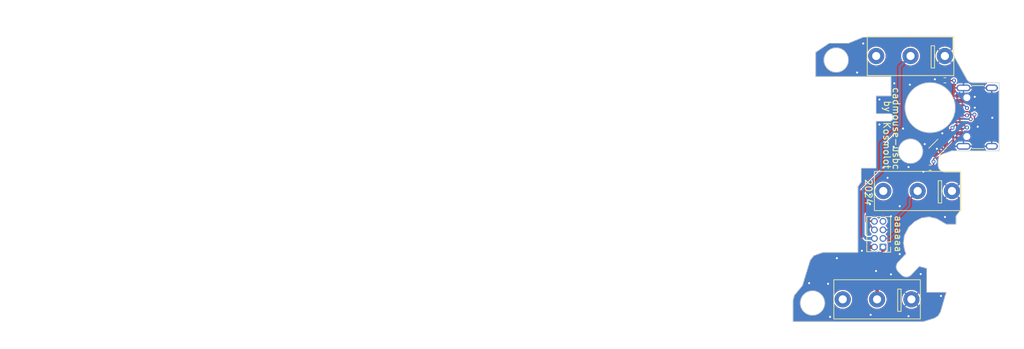
<source format=kicad_pcb>
(kicad_pcb (version 20240108) (generator "pcbnew") (generator_version "8.0")
  (layers (0 "F.Cu" signal) (31 "B.Cu" signal) (34 "B.Paste" user) (35 "F.Paste" user) (36 "B.SilkS" user "B.Silkscreen") (37 "F.SilkS" user "F.Silkscreen") (38 "B.Mask" user) (39 "F.Mask" user) (44 "Edge.Cuts" user))
  (net 0 "")
  (net 1 "GND")
  (net 2 "VBUS")
  (net 3 "/CC1")
  (net 4 "/D+")
  (net 5 "/D-")
  (net 7 "/CC2")
  (net 10 "/SW_RIGHT")
  (net 11 "/SW_MID")
  (net 12 "/SW_LEFT")
  (footprint "Package_TO_SOT_SMD:SOT-666" (layer "F.Cu") (at 164.818889 82.570971 45)
    (property "Reference" "U1" (hide yes))
    (property "Value" "USBLC6-2P6")
    (fp_line (start 0.8 -0.900001) (end -1.1 -0.900001) (stroke (width 0.12)) (layer "F.SilkS"))
    (fp_line (start -0.8 0.900001) (end 0.8 0.900001) (stroke (width 0.12)) (layer "F.SilkS"))
    (pad "1" smd rect (at -0.85 -0.5375 45) (size 0.5 0.375) (layers "F.Cu" "F.Paste" "F.Mask") (net 5 "/D-"))
    (pad "2" smd rect (at -0.925 0 45) (size 0.65 0.3) (layers "F.Cu" "F.Paste" "F.Mask") (net 1 "GND"))
    (pad "3" smd rect (at -0.85 0.5375 45) (size 0.5 0.375) (layers "F.Cu" "F.Paste" "F.Mask") (net 4 "/D+"))
    (pad "4" smd rect (at 0.85 0.5375 45) (size 0.5 0.375) (layers "F.Cu" "F.Paste" "F.Mask") (net 4 "/D+"))
    (pad "5" smd rect (at 0.925 0 45) (size 0.65 0.3) (layers "F.Cu" "F.Paste" "F.Mask") (net 2 "VBUS"))
    (pad "6" smd rect (at 0.85 -0.5375 45) (size 0.5 0.375) (layers "F.Cu" "F.Paste" "F.Mask") (net 5 "/D-"))
  )
  (footprint "Library:D2FC" (layer "F.Cu") (at 161.75 89.05 180)
    (property "Reference" "SW2" (hide yes))
    (property "Value" "SW_Push")
    (fp_rect (start -3.556 -1.778) (end -3.048 1.524) (stroke (width 0.12)) (fill none) (layer "F.SilkS"))
    (fp_rect (start -6.4 -2.9) (end 6.4 2.9) (stroke (width 0.12)) (fill none) (layer "F.SilkS"))
    (pad "1" thru_hole circle (at -5.08 0 180) (size 2.4 2.4) (drill 1.2) (layers "*.Cu" "*.Mask") (net 1 "GND"))
    (pad "2" thru_hole circle (at 0 0 180) (size 2.4 2.4) (drill 1.2) (layers "*.Cu" "*.Mask") (net 11 "/SW_MID"))
    (pad "3" thru_hole circle (at 5.08 0 180) (size 2.4 2.4) (drill 1.2) (layers "*.Cu" "*.Mask"))
  )
  (footprint "Resistor_SMD:R_0402_1005Metric" (layer "F.Cu") (at 163.6 85.6 180)
    (property "Reference" "R1" (hide yes))
    (property "Value" "5.1k")
    (fp_line (start -0.153641 0.38) (end 0.153641 0.38) (stroke (width 0.12)) (layer "F.SilkS"))
    (fp_line (start -0.153641 -0.38) (end 0.153641 -0.38) (stroke (width 0.12)) (layer "F.SilkS"))
    (pad "1" smd roundrect (at -0.51 0 180) (size 0.54 0.64) (layers "F.Cu" "F.Paste" "F.Mask") (net 3 "/CC1"))
    (pad "2" smd roundrect (at 0.51 0 180) (size 0.54 0.64) (layers "F.Cu" "F.Paste" "F.Mask") (net 1 "GND"))
  )
  (footprint "Library:D2FC" (layer "F.Cu") (at 160.7 69.05 180)
    (property "Reference" "SW1" (hide yes))
    (property "Value" "SW_Push")
    (fp_rect (start -3.556 -1.778) (end -3.048 1.524) (stroke (width 0.12)) (fill none) (layer "F.SilkS"))
    (fp_rect (start -6.4 -2.9) (end 6.4 2.9) (stroke (width 0.12)) (fill none) (layer "F.SilkS"))
    (pad "1" thru_hole circle (at -5.08 0 180) (size 2.4 2.4) (drill 1.2) (layers "*.Cu" "*.Mask") (net 1 "GND"))
    (pad "2" thru_hole circle (at 0 0 180) (size 2.4 2.4) (drill 1.2) (layers "*.Cu" "*.Mask") (net 12 "/SW_LEFT"))
    (pad "3" thru_hole circle (at 5.08 0 180) (size 2.4 2.4) (drill 1.2) (layers "*.Cu" "*.Mask"))
  )
  (footprint "Resistor_SMD:R_0402_1005Metric" (layer "F.Cu") (at 165.79 72.65 180)
    (property "Reference" "R2" (hide yes))
    (property "Value" "5.1k")
    (fp_line (start -0.153641 0.38) (end 0.153641 0.38) (stroke (width 0.12)) (layer "F.SilkS"))
    (fp_line (start -0.153641 -0.38) (end 0.153641 -0.38) (stroke (width 0.12)) (layer "F.SilkS"))
    (pad "1" smd roundrect (at -0.51 0 180) (size 0.54 0.64) (layers "F.Cu" "F.Paste" "F.Mask") (net 7 "/CC2"))
    (pad "2" smd roundrect (at 0.51 0 180) (size 0.54 0.64) (layers "F.Cu" "F.Paste" "F.Mask") (net 1 "GND"))
  )
  (footprint "Connector_USB:USB_C_Receptacle_GCT_USB4105-xx-A_16P_TopMnt_Horizontal" (layer "F.Cu") (at 171.64 78.1 90)
    (property "Reference" "J1" (hide yes))
    (property "Value" "USB4105-GF-A")
    (fp_line (start 4.67 -0.1) (end 4.67 -1.8) (stroke (width 0.12)) (layer "F.SilkS"))
    (fp_line (start -4.67 -0.1) (end -4.67 -1.8) (stroke (width 0.12)) (layer "F.SilkS"))
    (pad "" np_thru_hole circle (at -2.89 -2.605 90) (size 0.65 0.65) (drill 0.65) (layers "F&B.Cu" "*.Mask"))
    (pad "" np_thru_hole circle (at 2.89 -2.605 90) (size 0.65 0.65) (drill 0.65) (layers "F&B.Cu" "*.Mask"))
    (pad "A1" smd roundrect (at -3.2 -3.68 90) (size 0.6 1.15) (layers "F.Cu" "F.Paste" "F.Mask") (net 1 "GND"))
    (pad "A4" smd roundrect (at -2.4 -3.68 90) (size 0.6 1.15) (layers "F.Cu" "F.Paste" "F.Mask") (net 2 "VBUS"))
    (pad "A5" smd roundrect (at -1.25 -3.68 90) (size 0.3 1.15) (layers "F.Cu" "F.Paste" "F.Mask") (net 3 "/CC1"))
    (pad "A6" smd roundrect (at -0.25 -3.68 90) (size 0.3 1.15) (layers "F.Cu" "F.Paste" "F.Mask") (net 4 "/D+"))
    (pad "A7" smd roundrect (at 0.25 -3.68 90) (size 0.3 1.15) (layers "F.Cu" "F.Paste" "F.Mask") (net 5 "/D-"))
    (pad "A8" smd roundrect (at 1.25 -3.68 90) (size 0.3 1.15) (layers "F.Cu" "F.Paste" "F.Mask"))
    (pad "A9" smd roundrect (at 2.4 -3.68 90) (size 0.6 1.15) (layers "F.Cu" "F.Paste" "F.Mask") (net 2 "VBUS"))
    (pad "A12" smd roundrect (at 3.2 -3.68 90) (size 0.6 1.15) (layers "F.Cu" "F.Paste" "F.Mask") (net 1 "GND"))
    (pad "B1" smd roundrect (at 3.2 -3.68 90) (size 0.6 1.15) (layers "F.Cu" "F.Paste" "F.Mask") (net 1 "GND"))
    (pad "B4" smd roundrect (at 2.4 -3.68 90) (size 0.6 1.15) (layers "F.Cu" "F.Paste" "F.Mask") (net 2 "VBUS"))
    (pad "B5" smd roundrect (at 1.75 -3.68 90) (size 0.3 1.15) (layers "F.Cu" "F.Paste" "F.Mask") (net 7 "/CC2"))
    (pad "B6" smd roundrect (at 0.75 -3.68 90) (size 0.3 1.15) (layers "F.Cu" "F.Paste" "F.Mask") (net 4 "/D+"))
    (pad "B7" smd roundrect (at -0.75 -3.68 90) (size 0.3 1.15) (layers "F.Cu" "F.Paste" "F.Mask") (net 5 "/D-"))
    (pad "B8" smd roundrect (at -1.75 -3.68 90) (size 0.3 1.15) (layers "F.Cu" "F.Paste" "F.Mask"))
    (pad "B9" smd roundrect (at -2.4 -3.68 90) (size 0.6 1.15) (layers "F.Cu" "F.Paste" "F.Mask") (net 2 "VBUS"))
    (pad "B12" smd roundrect (at -3.2 -3.68 90) (size 0.6 1.15) (layers "F.Cu" "F.Paste" "F.Mask") (net 1 "GND"))
    (pad "S1" thru_hole oval (at -4.32 -3.105 90) (size 1 2.1) (drill oval 0.6 1.7) (layers "*.Cu" "*.Mask" "F.Paste") (net 1 "GND"))
    (pad "S1" thru_hole oval (at -4.32 1.075 90) (size 1 1.8) (drill oval 0.6 1.4) (layers "*.Cu" "*.Mask" "F.Paste") (net 1 "GND"))
    (pad "S1" thru_hole oval (at 4.32 -3.105 90) (size 1 2.1) (drill oval 0.6 1.7) (layers "*.Cu" "*.Mask" "F.Paste") (net 1 "GND"))
    (pad "S1" thru_hole oval (at 4.32 1.075 90) (size 1 1.8) (drill oval 0.6 1.4) (layers "*.Cu" "*.Mask" "F.Paste") (net 1 "GND"))
  )
  (footprint "Connector_PinHeader_1.27mm:PinHeader_2x04_P1.27mm_Vertical" (layer "F.Cu") (at 156.625 97.35 180)
    (property "Reference" "J3" (hide yes))
    (property "Value" "Conn_02x04_Odd_Even")
    (fp_line (start 2.4 -0.695) (end 2.4 4.505) (stroke (width 0.12)) (layer "F.SilkS"))
    (fp_line (start 1.57753 4.505) (end 2.4 4.505) (stroke (width 0.12)) (layer "F.SilkS"))
    (fp_line (start 1.57753 -0.695) (end 2.4 -0.695) (stroke (width 0.12)) (layer "F.SilkS"))
    (fp_line (start 0.76 0.706529) (end 0.76 0.563471) (stroke (width 0.12)) (layer "F.SilkS"))
    (fp_line (start 0.76 -0.563471) (end 0.76 -0.695) (stroke (width 0.12)) (layer "F.SilkS"))
    (fp_line (start 0.76 -0.695) (end 0.96247 -0.695) (stroke (width 0.12)) (layer "F.SilkS"))
    (fp_line (start 0.563471 0.76) (end 0.706529 0.76) (stroke (width 0.12)) (layer "F.SilkS"))
    (fp_line (start 0.30753 4.505) (end 0.96247 4.505) (stroke (width 0.12)) (layer "F.SilkS"))
    (fp_line (start -1.13 4.505) (end -0.30753 4.505) (stroke (width 0.12)) (layer "F.SilkS"))
    (fp_line (start -1.13 0.76) (end -0.563471 0.76) (stroke (width 0.12)) (layer "F.SilkS"))
    (fp_line (start -1.13 0.76) (end -1.13 4.505) (stroke (width 0.12)) (layer "F.SilkS"))
    (fp_line (start -1.13 0) (end -1.13 -0.76) (stroke (width 0.12)) (layer "F.SilkS"))
    (fp_line (start -1.13 -0.76) (end 0 -0.76) (stroke (width 0.12)) (layer "F.SilkS"))
    (pad "1" thru_hole rect (at 0 0 180) (size 1 1) (drill 0.65) (layers "*.Cu" "*.Mask") (net 10 "/SW_RIGHT"))
    (pad "2" thru_hole oval (at 1.27 0 180) (size 1 1) (drill 0.65) (layers "*.Cu" "*.Mask") (net 2 "VBUS"))
    (pad "3" thru_hole oval (at 0 1.27 180) (size 1 1) (drill 0.65) (layers "*.Cu" "*.Mask") (net 11 "/SW_MID"))
    (pad "4" thru_hole oval (at 1.27 1.27 180) (size 1 1) (drill 0.65) (layers "*.Cu" "*.Mask") (net 12 "/SW_LEFT"))
    (pad "5" thru_hole oval (at 0 2.54 180) (size 1 1) (drill 0.65) (layers "*.Cu" "*.Mask") (net 1 "GND"))
    (pad "6" thru_hole oval (at 1.27 2.54 180) (size 1 1) (drill 0.65) (layers "*.Cu" "*.Mask") (net 5 "/D-"))
    (pad "7" thru_hole oval (at 0 3.81 180) (size 1 1) (drill 0.65) (layers "*.Cu" "*.Mask"))
    (pad "8" thru_hole oval (at 1.27 3.81 180) (size 1 1) (drill 0.65) (layers "*.Cu" "*.Mask") (net 4 "/D+"))
  )
  (footprint "Library:D2FC" (layer "F.Cu") (at 155.75 105.1 180)
    (property "Reference" "SW3" (hide yes))
    (property "Value" "SW_Push")
    (fp_rect (start -3.556 -1.778) (end -3.048 1.524) (stroke (width 0.12)) (fill none) (layer "F.SilkS"))
    (fp_rect (start -6.4 -2.9) (end 6.4 2.9) (stroke (width 0.12)) (fill none) (layer "F.SilkS"))
    (pad "1" thru_hole circle (at -5.08 0 180) (size 2.4 2.4) (drill 1.2) (layers "*.Cu" "*.Mask") (net 1 "GND"))
    (pad "2" thru_hole circle (at 0 0 180) (size 2.4 2.4) (drill 1.2) (layers "*.Cu" "*.Mask") (net 10 "/SW_RIGHT"))
    (pad "3" thru_hole circle (at 5.08 0 180) (size 2.4 2.4) (drill 1.2) (layers "*.Cu" "*.Mask"))
  )
  (gr_line (start 152.9 98.15) (end 147.7 98.15) (stroke (width 0.1)) (layer "Edge.Cuts"))
  (gr_line (start 145.85 99.3) (end 144.7 103.05) (stroke (width 0.1)) (layer "Edge.Cuts"))
  (gr_line (start 159.37453 101.47453) (end 158.888743 100.988743) (stroke (width 0.1)) (layer "Edge.Cuts"))
  (gr_line (start 164.8 107.55) (end 165.15 106.95) (stroke (width 0.1)) (layer "Edge.Cuts"))
  (gr_line (start 153.4 87.7) (end 152.9 88.4) (stroke (width 0.1)) (layer "Edge.Cuts"))
  (gr_line (start 157.8 74.95) (end 157.8 72.1) (stroke (width 0.1)) (layer "Edge.Cuts"))
  (gr_line (start 143.3 108.4) (end 162.65 108.4) (stroke (width 0.1)) (layer "Edge.Cuts"))
  (gr_line (start 152.9 88.7) (end 152.9 98.15) (stroke (width 0.1)) (layer "Edge.Cuts"))
  (gr_line (start 148.65 67.15) (end 146.65 68.5) (stroke (width 0.1)) (layer "Edge.Cuts"))
  (gr_line (start 168.05 86.25) (end 165.8 86.25) (stroke (width 0.1)) (layer "Edge.Cuts"))
  (gr_line (start 160.05 98.35) (end 159.85 97.85) (stroke (width 0.1)) (layer "Edge.Cuts"))
  (gr_line (start 143.3 108.4) (end 143.3 105.3) (stroke (width 0.1)) (layer "Edge.Cuts"))
  (gr_line (start 166.95 66.25) (end 166.95 68.494011) (stroke (width 0.1)) (layer "Edge.Cuts"))
  (gr_line (start 165.35 66.25) (end 166.95 66.25) (stroke (width 0.1)) (layer "Edge.Cuts"))
  (gr_circle (center 160.7 83.15) (end 162.5 83.15) (stroke (width 0.1)) (fill none) (layer "Edge.Cuts"))
  (gr_line (start 164.55 93.15) (end 166 94) (stroke (width 0.1)) (layer "Edge.Cuts"))
  (gr_arc (start 166.636305 83.158711) (mid 166.802572 83.114787) (end 166.973906 83.1) (stroke (width 0.1)) (layer "Edge.Cuts"))
  (gr_line (start 155.6 77.6) (end 157.6 77.6) (stroke (width 0.1)) (layer "Edge.Cuts"))
  (gr_line (start 165.483772 83.572076) (end 166.636305 83.158711) (stroke (width 0.1)) (layer "Edge.Cuts"))
  (gr_line (start 155.6 78.7) (end 157.6 78.7) (stroke (width 0.1)) (layer "Edge.Cuts"))
  (gr_line (start 166 104.05) (end 163.1 104.05) (stroke (width 0.1)) (layer "Edge.Cuts"))
  (gr_line (start 166.973906 83.1) (end 173.8 83.1) (stroke (width 0.1)) (layer "Edge.Cuts"))
  (gr_line (start 163.1 104.05) (end 163.1 100.5) (stroke (width 0.1)) (layer "Edge.Cuts"))
  (gr_line (start 164.8 85.25) (end 164.8 84.520759) (stroke (width 0.1)) (layer "Edge.Cuts"))
  (gr_line (start 159.8 95.65) (end 160.45 94.4) (stroke (width 0.1)) (layer "Edge.Cuts"))
  (gr_line (start 167.031408 68.889219) (end 168.981409 72.395208) (stroke (width 0.1)) (layer "Edge.Cuts"))
  (gr_line (start 169.9 73) (end 173.8 73) (stroke (width 0.1)) (layer "Edge.Cuts"))
  (gr_circle (center 146.2 105.65) (end 148 105.65) (stroke (width 0.1)) (fill none) (layer "Edge.Cuts"))
  (gr_line (start 165.15 106.95) (end 165.8 104.7) (stroke (width 0.1)) (layer "Edge.Cuts"))
  (gr_line (start 153.7 66.25) (end 165.35 66.25) (stroke (width 0.1)) (layer "Edge.Cuts"))
  (gr_line (start 155.6 85.65) (end 153.4 85.65) (stroke (width 0.1)) (layer "Edge.Cuts"))
  (gr_circle (center 163.6 76.7) (end 167.3 76.7) (stroke (width 0.1)) (fill none) (layer "Edge.Cuts"))
  (gr_line (start 164.25 107.9) (end 164.8 107.55) (stroke (width 0.1)) (layer "Edge.Cuts"))
  (gr_arc (start 165.8 86.25) (mid 165.092893 85.957107) (end 164.8 85.25) (stroke (width 0.1)) (layer "Edge.Cuts"))
  (gr_line (start 152.9 88.4) (end 152.9 88.7) (stroke (width 0.1)) (layer "Edge.Cuts"))
  (gr_arc (start 167.031408 68.889219) (mid 166.970561 68.695764) (end 166.95 68.494011) (stroke (width 0.1)) (layer "Edge.Cuts"))
  (gr_line (start 165.8 104.7) (end 166 104.05) (stroke (width 0.1)) (layer "Edge.Cuts"))
  (gr_arc (start 169.9 73) (mid 169.350099 72.835223) (end 168.981409 72.395208) (stroke (width 0.1)) (layer "Edge.Cuts"))
  (gr_line (start 162.65 108.4) (end 164.25 107.9) (stroke (width 0.1)) (layer "Edge.Cuts"))
  (gr_line (start 168.05 86.25) (end 168.05 91.95) (stroke (width 0.1)) (layer "Edge.Cuts"))
  (gr_line (start 144.7 103.05) (end 143.5 104.5) (stroke (width 0.1)) (layer "Edge.Cuts"))
  (gr_line (start 158.1 78.2) (end 158.1 78.1) (stroke (width 0.1)) (layer "Edge.Cuts"))
  (gr_line (start 160.45 94.4) (end 161.3 93.6) (stroke (width 0.1)) (layer "Edge.Cuts"))
  (gr_line (start 146.4 98.6) (end 145.85 99.3) (stroke (width 0.1)) (layer "Edge.Cuts"))
  (gr_line (start 173.8 73) (end 173.8 83.1) (stroke (width 0.1)) (layer "Edge.Cuts"))
  (gr_arc (start 157.6 77.6) (mid 157.953553 77.746447) (end 158.1 78.1) (stroke (width 0.1)) (layer "Edge.Cuts"))
  (gr_line (start 151.5 67.15) (end 153.7 66.25) (stroke (width 0.1)) (layer "Edge.Cuts"))
  (gr_line (start 163.45 92.9) (end 164.55 93.15) (stroke (width 0.1)) (layer "Edge.Cuts"))
  (gr_line (start 155.6 77.6) (end 155.6 74.95) (stroke (width 0.1)) (layer "Edge.Cuts"))
  (gr_line (start 167.45 92.75) (end 168.05 91.95) (stroke (width 0.1)) (layer "Edge.Cuts"))
  (gr_line (start 155.6 85.65) (end 155.6 78.7) (stroke (width 0.1)) (layer "Edge.Cuts"))
  (gr_arc (start 158.888743 100.988743) (mid 158.595937 100.294791) (end 158.870386 99.593377) (stroke (width 0.1)) (layer "Edge.Cuts"))
  (gr_line (start 153.4 85.65) (end 153.4 87.7) (stroke (width 0.1)) (layer "Edge.Cuts"))
  (gr_line (start 158.870386 99.593377) (end 160.05 98.35) (stroke (width 0.1)) (layer "Edge.Cuts"))
  (gr_arc (start 158.1 78.2) (mid 157.953553 78.553553) (end 157.6 78.7) (stroke (width 0.1)) (layer "Edge.Cuts"))
  (gr_line (start 155.6 74.95) (end 157.8 74.95) (stroke (width 0.1)) (layer "Edge.Cuts"))
  (gr_line (start 146.65 72.1) (end 146.65 68.5) (stroke (width 0.1)) (layer "Edge.Cuts"))
  (gr_line (start 159.65 96.75) (end 159.8 95.65) (stroke (width 0.1)) (layer "Edge.Cuts"))
  (gr_circle (center 149.7 69.65) (end 151.5 69.65) (stroke (width 0.1)) (fill none) (layer "Edge.Cuts"))
  (gr_line (start 143.3 105.3) (end 143.5 104.5) (stroke (width 0.1)) (layer "Edge.Cuts"))
  (gr_line (start 162 100.2) (end 160.806636 101.456172) (stroke (width 0.1)) (layer "Edge.Cuts"))
  (gr_line (start 162.35 93.05) (end 163.45 92.9) (stroke (width 0.1)) (layer "Edge.Cuts"))
  (gr_line (start 163.1 100.5) (end 162 100.2) (stroke (width 0.1)) (layer "Edge.Cuts"))
  (gr_line (start 148.65 67.15) (end 151.5 67.15) (stroke (width 0.1)) (layer "Edge.Cuts"))
  (gr_line (start 147.7 98.15) (end 146.4 98.6) (stroke (width 0.1)) (layer "Edge.Cuts"))
  (gr_line (start 167.45 94) (end 167.45 92.75) (stroke (width 0.1)) (layer "Edge.Cuts"))
  (gr_line (start 146.65 72.1) (end 157.8 72.1) (stroke (width 0.1)) (layer "Edge.Cuts"))
  (gr_arc (start 160.806636 101.456172) (mid 160.094444 101.76736) (end 159.37453 101.47453) (stroke (width 0.1)) (layer "Edge.Cuts"))
  (gr_arc (start 164.8 84.520759) (mid 164.988758 83.936049) (end 165.483772 83.572076) (stroke (width 0.1)) (layer "Edge.Cuts"))
  (gr_line (start 166 94) (end 167.45 94) (stroke (width 0.1)) (layer "Edge.Cuts"))
  (gr_line (start 161.3 93.6) (end 162.35 93.05) (stroke (width 0.1)) (layer "Edge.Cuts"))
  (gr_line (start 159.85 97.85) (end 159.65 96.75) (stroke (width 0.1)) (layer "Edge.Cuts"))
  (gr_text "aaaaaa" (at 158.3 95.4 270) (layer "F.SilkS") (effects (font (size 1 1)) (justify bottom)))
  (gr_text "2024" (at 153.9 89.2 270) (layer "F.SilkS") (effects (font (size 1 1)) (justify bottom)))
  (gr_text "Kosmolot" (at 156.6 82.3 270) (layer "F.SilkS") (effects (font (size 1 1)) (justify bottom)))
  (gr_text "cadmouse-usbc" (at 158 79.8 270) (layer "F.SilkS") (effects (font (size 1 1)) (justify bottom)))
  (gr_text "by" (at 156.7 76.5 270) (layer "F.SilkS") (effects (font (size 1 1)) (justify bottom)))
  (segment (start 164.169744 83.225045) (end 164.599547 82.795242) (width 0.3) (layer "F.Cu") (net 1))
  (segment (start 164.164815 83.225045) (end 164.169744 83.225045) (width 0.3) (layer "F.Cu") (net 1))
  (via (at 159.6 79.8) (size 0.6) (drill 0.3) (layers "F.Cu" "B.Cu") (net 1))
  (via (at 165.2 104.6) (size 0.6) (drill 0.3) (layers "F.Cu" "B.Cu") (net 1))
  (via (at 165.4 80.5) (size 0.6) (drill 0.3) (layers "F.Cu" "B.Cu") (net 1))
  (via (at 160.6 73.3) (size 0.6) (drill 0.3) (layers "F.Cu" "B.Cu") (net 1))
  (via (at 165.8 92.9) (size 0.6) (drill 0.3) (layers "F.Cu" "B.Cu") (net 1))
  (via (at 152.8 71.5) (size 0.6) (drill 0.3) (layers "F.Cu" "B.Cu") (net 1))
  (via (at 154.7 91) (size 0.6) (drill 0.3) (layers "F.Cu" "B.Cu") (net 1))
  (via (at 148.5 102.8) (size 0.6) (drill 0.3) (layers "F.Cu" "B.Cu") (net 1))
  (via (at 162.6 86.2) (size 0.6) (drill 0.3) (layers "F.Cu" "B.Cu") (net 1))
  (via (at 157.8 92.8) (size 0.6) (drill 0.3) (layers "F.Cu" "B.Cu") (net 1))
  (via (at 154.7 89.6) (size 0.6) (drill 0.3) (layers "F.Cu" "B.Cu") (net 1))
  (via (at 164.599547 82.795242) (size 0.6) (drill 0.3) (layers "F.Cu" "B.Cu") (net 1))
  (via (at 170.2 76.7) (size 0.6) (drill 0.3) (layers "F.Cu" "B.Cu") (net 1))
  (via (at 156.1 75.5) (size 0.6) (drill 0.3) (layers "F.Cu" "B.Cu") (net 1))
  (via (at 157.3 87.1) (size 0.6) (drill 0.3) (layers "F.Cu" "B.Cu") (net 1))
  (via (at 162.200728 101.358592) (size 0.6) (drill 0.3) (layers "F.Cu" "B.Cu") (net 1))
  (via (at 149.8 99) (size 0.6) (drill 0.3) (layers "F.Cu" "B.Cu") (net 1))
  (via (at 153.7 67.2) (size 0.6) (drill 0.3) (layers "F.Cu" "B.Cu") (net 1))
  (via (at 157.8 101.4) (size 0.6) (drill 0.3) (layers "F.Cu" "B.Cu") (net 1))
  (via (at 164.3 72.5) (size 0.6) (drill 0.3) (layers "F.Cu" "B.Cu") (net 1))
  (via (at 159.1 91.3) (size 0.6) (drill 0.3) (layers "F.Cu" "B.Cu") (net 1))
  (via (at 162.8 82.1) (size 0.6) (drill 0.3) (layers "F.Cu" "B.Cu") (net 1))
  (via (at 158.2 82.5) (size 0.6) (drill 0.3) (layers "F.Cu" "B.Cu") (net 1))
  (via (at 154.8 107.4) (size 0.6) (drill 0.3) (layers "F.Cu" "B.Cu") (net 1))
  (via (at 170.2 75.1) (size 0.6) (drill 0.3) (layers "F.Cu" "B.Cu") (net 1))
  (via (at 155.6 100.9) (size 0.6) (drill 0.3) (layers "F.Cu" "B.Cu") (net 1))
  (via (at 160.4 107.6) (size 0.6) (drill 0.3) (layers "F.Cu" "B.Cu") (net 1))
  (via (at 160.4 85.5) (size 0.6) (drill 0.3) (layers "F.Cu" "B.Cu") (net 1))
  (via (at 170.638313 79.526322) (size 0.6) (drill 0.3) (layers "F.Cu" "B.Cu") (net 1))
  (via (at 153.5 97.9) (size 0.6) (drill 0.3) (layers "F.Cu" "B.Cu") (net 1))
  (via (at 148.8 107.7) (size 0.6) (drill 0.3) (layers "F.Cu" "B.Cu") (net 1))
  (via (at 156.1 79.2) (size 0.6) (drill 0.3) (layers "F.Cu" "B.Cu") (net 1))
  (via (at 145.7 102.7) (size 0.6) (drill 0.3) (layers "F.Cu" "B.Cu") (net 1))
  (via (at 158.3 73.1) (size 0.6) (drill 0.3) (layers "F.Cu" "B.Cu") (net 1))
  (via (at 172.8 78.2) (size 0.6) (drill 0.3) (layers "F.Cu" "B.Cu") (net 1))
  (via (at 159.1 98.4) (size 0.6) (drill 0.3) (layers "F.Cu" "B.Cu") (net 1))
  (segment (start 163.24 80.91) (end 158.56 80.91) (width 0.6) (layer "F.Cu") (net 2))
  (segment (start 153.3 89.45) (end 153.3 96.3) (width 0.6) (layer "F.Cu") (net 2))
  (segment (start 163.24 80.91) (end 163.582182 80.91) (width 0.3) (layer "F.Cu") (net 2))
  (segment (start 167.96 80.5) (end 168.499695 80.5) (width 0.3) (layer "F.Cu") (net 2))
  (segment (start 168.734695 75.935) (end 168.499695 75.7) (width 0.3) (layer "F.Cu") (net 2))
  (segment (start 157.3 85.45) (end 153.3 89.45) (width 0.6) (layer "F.Cu") (net 2))
  (segment (start 165.022182 82.35) (end 165.06 82.35) (width 0.3) (layer "F.Cu") (net 2))
  (segment (start 163.582182 80.91) (end 165.022182 82.35) (width 0.3) (layer "F.Cu") (net 2))
  (segment (start 171.4 76.65) (end 170.685 75.935) (width 0.3) (layer "F.Cu") (net 2))
  (segment (start 153.3 96.3) (end 154.35 97.35) (width 0.6) (layer "F.Cu") (net 2))
  (segment (start 165.472963 81.937037) (end 165.472963 81.916897) (width 0.3) (layer "F.Cu") (net 2))
  (segment (start 171.05 80.25) (end 171.4 79.9) (width 0.3) (layer "F.Cu") (net 2))
  (segment (start 157.3 82.17) (end 157.3 85.45) (width 0.6) (layer "F.Cu") (net 2))
  (segment (start 165.06 82.387818) (end 165.631541 82.959359) (width 0.3) (layer "F.Cu") (net 2))
  (segment (start 168.499695 80.5) (end 168.749695 80.25) (width 0.3) (layer "F.Cu") (net 2))
  (segment (start 165.06 82.35) (end 165.472963 81.937037) (width 0.3) (layer "F.Cu") (net 2))
  (segment (start 154.35 97.35) (end 155.355 97.35) (width 0.6) (layer "F.Cu") (net 2))
  (segment (start 167.02 81.88) (end 167.02 80.565) (width 0.3) (layer "F.Cu") (net 2))
  (segment (start 167.085 80.5) (end 167.96 80.5) (width 0.3) (layer "F.Cu") (net 2))
  (segment (start 165.06 82.35) (end 165.06 82.387818) (width 0.3) (layer "F.Cu") (net 2))
  (segment (start 158.56 80.91) (end 157.3 82.17) (width 0.6) (layer "F.Cu") (net 2))
  (segment (start 168.499695 75.7) (end 167.96 75.7) (width 0.3) (layer "F.Cu") (net 2))
  (segment (start 165.940641 82.959359) (end 167.02 81.88) (width 0.3) (layer "F.Cu") (net 2))
  (segment (start 165.631541 82.959359) (end 165.940641 82.959359) (width 0.3) (layer "F.Cu") (net 2))
  (segment (start 171.4 79.9) (end 171.4 76.65) (width 0.3) (layer "F.Cu") (net 2))
  (segment (start 170.685 75.935) (end 168.734695 75.935) (width 0.3) (layer "F.Cu") (net 2))
  (segment (start 168.749695 80.25) (end 171.05 80.25) (width 0.3) (layer "F.Cu") (net 2))
  (segment (start 167.02 80.565) (end 167.085 80.5) (width 0.3) (layer "F.Cu") (net 2))
  (segment (start 164.1 84.7) (end 164.11 84.71) (width 0.2) (layer "F.Cu") (net 3))
  (segment (start 168.9705 79.6505) (end 168.67 79.35) (width 0.2) (layer "F.Cu") (net 3))
  (segment (start 164.11 84.71) (end 164.11 85.6) (width 0.2) (layer "F.Cu") (net 3))
  (segment (start 168.67 79.35) (end 167.96 79.35) (width 0.2) (layer "F.Cu") (net 3))
  (segment (start 169.0495 79.6505) (end 168.9705 79.6505) (width 0.2) (layer "F.Cu") (net 3))
  (via (at 164.1 84.7) (size 0.6) (drill 0.3) (layers "F.Cu" "B.Cu") (net 3))
  (via (at 169.0495 79.6505) (size 0.6) (drill 0.3) (layers "F.Cu" "B.Cu") (net 3))
  (segment (start 164.1 84.7) (end 164.1 84.3) (width 0.2) (layer "B.Cu") (net 3))
  (segment (start 164.1 84.3) (end 168.7495 79.6505) (width 0.2) (layer "B.Cu") (net 3))
  (segment (start 168.7495 79.6505) (end 169.0495 79.6505) (width 0.2) (layer "B.Cu") (net 3))
  (segment (start 154.721397 93.54) (end 154.575 93.393603) (width 0.2) (layer "F.Cu") (net 4))
  (segment (start 163.330868 84.387332) (end 163.330868 84.37719) (width 0.2) (layer "F.Cu") (net 4))
  (segment (start 169.277818 77.3) (end 168.01 77.3) (width 0.2) (layer "F.Cu") (net 4))
  (segment (start 157.2932 92.025) (end 159.325 89.9932) (width 0.2) (layer "F.Cu") (net 4))
  (segment (start 167.96 78.35) (end 168.01 78.3) (width 0.2) (layer "F.Cu") (net 4))
  (segment (start 163.330868 84.37719) (end 163.82785 83.880208) (width 0.2) (layer "F.Cu") (net 4))
  (segment (start 165.8 82.35) (end 166.128126 82.021874) (width 0.2) (layer "F.Cu") (net 4))
  (segment (start 164.269792 83.880208) (end 164.597918 83.552082) (width 0.2) (layer "F.Cu") (net 4))
  (segment (start 166.59 79.997112) (end 166.903556 79.683556) (width 0.2) (layer "F.Cu") (net 4))
  (segment (start 154.575 92.7932) (end 155.3432 92.025) (width 0.2) (layer "F.Cu") (net 4))
  (segment (start 159.325 89.9932) (end 159.325 88.3932) (width 0.2) (layer "F.Cu") (net 4))
  (segment (start 159.325 88.3932) (end 163.330868 84.387332) (width 0.2) (layer "F.Cu") (net 4))
  (segment (start 168.01 78.3) (end 168.722182 78.3) (width 0.2) (layer "F.Cu") (net 4))
  (segment (start 169.6 78.4) (end 169.6 77.622182) (width 0.2) (layer "F.Cu") (net 4))
  (segment (start 163.82785 83.880208) (end 164.269792 83.880208) (width 0.2) (layer "F.Cu") (net 4))
  (segment (start 166.128126 82.021874) (end 166.128126 81.579932) (width 0.2) (layer "F.Cu") (net 4))
  (segment (start 168.722182 78.3) (end 168.822182 78.4) (width 0.2) (layer "F.Cu") (net 4))
  (segment (start 155.355 93.54) (end 154.721397 93.54) (width 0.2) (layer "F.Cu") (net 4))
  (segment (start 155.3432 92.025) (end 157.2932 92.025) (width 0.2) (layer "F.Cu") (net 4))
  (segment (start 166.59 80.52) (end 166.59 79.997112) (width 0.2) (layer "F.Cu") (net 4))
  (segment (start 168.01 77.3) (end 167.96 77.35) (width 0.2) (layer "F.Cu") (net 4))
  (segment (start 166.59 81.118058) (end 166.59 80.52) (width 0.2) (layer "F.Cu") (net 4))
  (segment (start 168.822182 78.4) (end 169.6 78.4) (width 0.2) (layer "F.Cu") (net 4))
  (segment (start 169.6 77.622182) (end 169.277818 77.3) (width 0.2) (layer "F.Cu") (net 4))
  (segment (start 166.128126 81.579932) (end 166.59 81.118058) (width 0.2) (layer "F.Cu") (net 4))
  (segment (start 154.575 93.393603) (end 154.575 92.7932) (width 0.2) (layer "F.Cu") (net 4))
  (via (at 169.6 78.4) (size 0.6) (drill 0.3) (layers "F.Cu" "B.Cu") (net 4))
  (via (at 166.903556 79.683556) (size 0.6) (drill 0.3) (layers "F.Cu" "B.Cu") (net 4))
  (segment (start 166.903556 79.683556) (end 168.187112 78.4) (width 0.2) (layer "B.Cu") (net 4))
  (segment (start 168.187112 78.4) (end 169.6 78.4) (width 0.2) (layer "B.Cu") (net 4))
  (segment (start 169.272182 78.85) (end 167.96 78.85) (width 0.2) (layer "F.Cu") (net 5))
  (segment (start 162.8909 84.1909) (end 162.8909 84.180762) (width 0.2) (layer "F.Cu") (net 5))
  (segment (start 169.827818 78.95) (end 169.372182 78.95) (width 0.2) (layer "F.Cu") (net 5))
  (segment (start 163.509652 83.120068) (end 163.837778 82.791942) (width 0.2) (layer "F.Cu") (net 5))
  (segment (start 165.03986 81.58986) (end 165.367986 81.261734) (width 0.2) (layer "F.Cu") (net 5))
  (segment (start 169.372182 78.95) (end 169.272182 78.85) (width 0.2) (layer "F.Cu") (net 5))
  (segment (start 154.125 93.58) (end 154.125 92.6068) (width 0.2) (layer "F.Cu") (net 5))
  (segment (start 165.367986 81.261734) (end 165.809928 81.261734) (width 0.2) (layer "F.Cu") (net 5))
  (segment (start 165.809928 81.261734) (end 166.13 80.941662) (width 0.2) (layer "F.Cu") (net 5))
  (segment (start 166.96 78.85) (end 167.96 78.85) (width 0.2) (layer "F.Cu") (net 5))
  (segment (start 166.13 80.941662) (end 166.13 79.68) (width 0.2) (layer "F.Cu") (net 5))
  (segment (start 155.1568 91.575) (end 157.1068 91.575) (width 0.2) (layer "F.Cu") (net 5))
  (segment (start 154.125 92.6068) (end 155.1568 91.575) (width 0.2) (layer "F.Cu") (net 5))
  (segment (start 167.96 77.85) (end 169.05 77.85) (width 0.2) (layer "F.Cu") (net 5))
  (segment (start 170.1495 78.628318) (end 169.827818 78.95) (width 0.2) (layer "F.Cu") (net 5))
  (segment (start 170.1495 77.73) (end 170.1495 78.628318) (width 0.2) (layer "F.Cu") (net 5))
  (segment (start 158.875 88.2068) (end 162.8909 84.1909) (width 0.2) (layer "F.Cu") (net 5))
  (segment (start 163.509652 83.56201) (end 163.509652 83.120068) (width 0.2) (layer "F.Cu") (net 5))
  (segment (start 157.1068 91.575) (end 158.875 89.8068) (width 0.2) (layer "F.Cu") (net 5))
  (segment (start 166.13 79.68) (end 166.96 78.85) (width 0.2) (layer "F.Cu") (net 5))
  (segment (start 162.8909 84.180762) (end 163.509652 83.56201) (width 0.2) (layer "F.Cu") (net 5))
  (segment (start 158.875 89.8068) (end 158.875 88.2068) (width 0.2) (layer "F.Cu") (net 5))
  (segment (start 155.355 94.81) (end 154.125 93.58) (width 0.2) (layer "F.Cu") (net 5))
  (via (at 169.05 77.85) (size 0.6) (drill 0.3) (layers "F.Cu" "B.Cu") (net 5))
  (via (at 170.1495 77.73) (size 0.6) (drill 0.3) (layers "F.Cu" "B.Cu") (net 5))
  (segment (start 170.1495 77.73) (end 169.17 77.73) (width 0.2) (layer "B.Cu") (net 5))
  (segment (start 169.17 77.73) (end 169.05 77.85) (width 0.2) (layer "B.Cu") (net 5))
  (segment (start 167.96 76.35) (end 168.6495 76.35) (width 0.2) (layer "F.Cu") (net 7))
  (segment (start 168.6495 76.35) (end 169.05 76.7505) (width 0.2) (layer "F.Cu") (net 7))
  (segment (start 166.35 72.7) (end 166.3 72.65) (width 0.2) (layer "F.Cu") (net 7))
  (segment (start 167.13 72.7) (end 166.35 72.7) (width 0.2) (layer "F.Cu") (net 7))
  (via (at 167.13 72.7) (size 0.6) (drill 0.3) (layers "F.Cu" "B.Cu") (net 7))
  (via (at 169.05 76.7505) (size 0.6) (drill 0.3) (layers "F.Cu" "B.Cu") (net 7))
  (segment (start 167.13 74.8305) (end 167.13 72.7) (width 0.2) (layer "B.Cu") (net 7))
  (segment (start 169.05 76.7505) (end 167.13 74.8305) (width 0.2) (layer "B.Cu") (net 7))
  (segment (start 156.625 97.35) (end 156.625 101.625) (width 0.5) (layer "F.Cu") (net 10))
  (segment (start 155.75 102.5) (end 155.75 105.1) (width 0.5) (layer "F.Cu") (net 10))
  (segment (start 156.625 101.625) (end 155.75 102.5) (width 0.5) (layer "F.Cu") (net 10))
  (segment (start 157.72 96.08) (end 158.65 95.15) (width 0.3) (layer "B.Cu") (net 11))
  (segment (start 158.65 95.15) (end 158.65 93.15) (width 0.3) (layer "B.Cu") (net 11))
  (segment (start 160.55 91.25) (end 160.55 90.25) (width 0.3) (layer "B.Cu") (net 11))
  (segment (start 160.55 90.25) (end 161.75 89.05) (width 0.3) (layer "B.Cu") (net 11))
  (segment (start 156.625 96.08) (end 157.72 96.08) (width 0.3) (layer "B.Cu") (net 11))
  (segment (start 158.65 93.15) (end 160.55 91.25) (width 0.3) (layer "B.Cu") (net 11))
  (segment (start 153.7 95.65) (end 154.13 96.08) (width 0.4) (layer "B.Cu") (net 12))
  (segment (start 160.7 69.05) (end 159.1 70.65) (width 0.4) (layer "B.Cu") (net 12))
  (segment (start 156.35 82.05) (end 156.35 86.15) (width 0.4) (layer "B.Cu") (net 12))
  (segment (start 159.1 70.65) (end 159.1 79.3) (width 0.4) (layer "B.Cu") (net 12))
  (segment (start 159.1 79.3) (end 156.35 82.05) (width 0.4) (layer "B.Cu") (net 12))
  (segment (start 156.35 86.15) (end 153.7 88.8) (width 0.4) (layer "B.Cu") (net 12))
  (segment (start 154.13 96.08) (end 155.355 96.08) (width 0.4) (layer "B.Cu") (net 12))
  (segment (start 153.7 88.8) (end 153.7 95.65) (width 0.4) (layer "B.Cu") (net 12))
  (zone (net 1) (net_name "GND") (layers "F&B.Cu") (name "GND") (connect_pads (clearance 0.2)) (min_thickness 0.2) (fill yes (thermal_gap 0.2) (thermal_bridge_width 0.2))
    (polygon (pts (xy 141 61.5) (xy 176 61.5) (xy 176 112.5) (xy 141 112.5)))
  )
)
</source>
